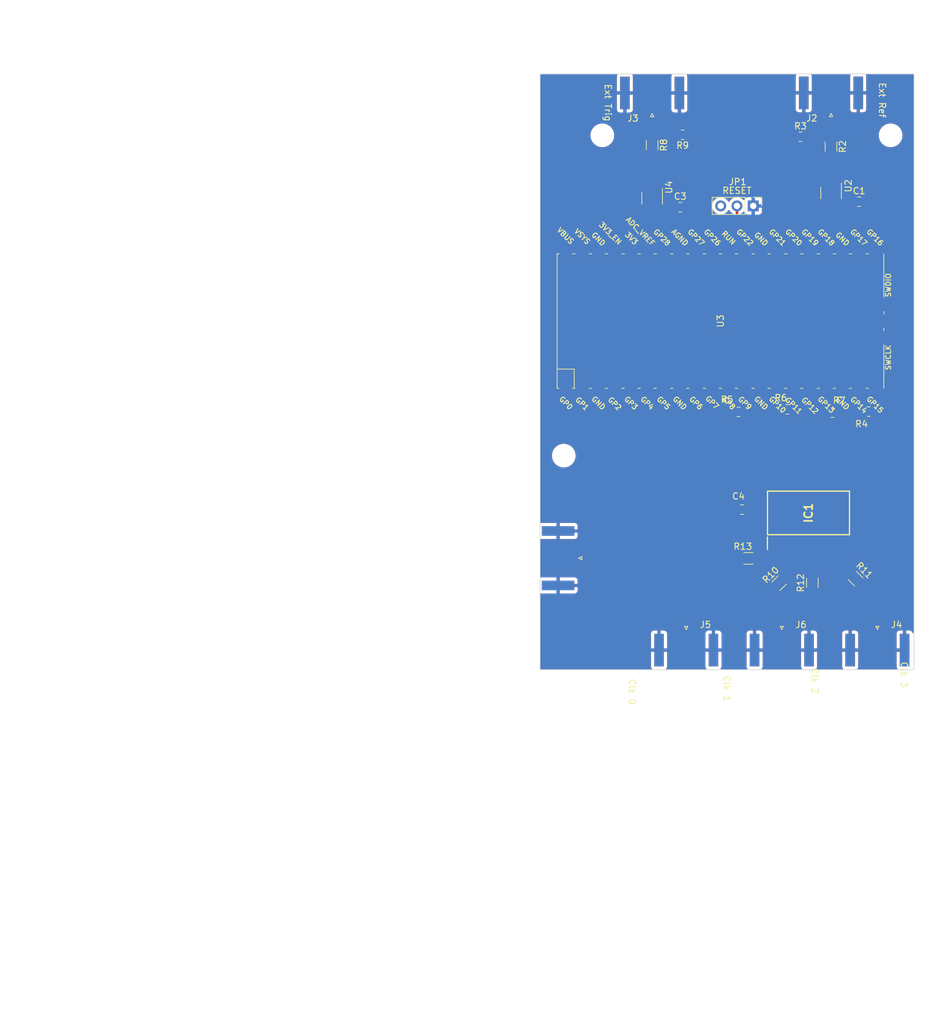
<source format=kicad_pcb>
(kicad_pcb (version 20221018) (generator pcbnew)
  (layers (0 "F.Cu" signal) (31 "B.Cu" signal) (34 "B.Paste" user) (35 "F.Paste" user) (36 "B.SilkS" user "B.Silkscreen") (37 "F.SilkS" user "F.Silkscreen") (38 "B.Mask" user) (39 "F.Mask" user) (44 "Edge.Cuts" user))
  (net 0 "")
  (net 1 "3_3V_Pico")
  (net 2 "GND")
  (net 3 "Net-(IC1-B0)")
  (net 4 "Net-(IC1-B2)")
  (net 5 "Net-(IC1-B4)")
  (net 6 "Net-(IC1-B6)")
  (net 7 "Net-(IC1-A6)")
  (net 8 "Net-(IC1-A4)")
  (net 9 "Net-(IC1-A2)")
  (net 10 "Net-(IC1-A0)")
  (net 11 "Net-(J2-In)")
  (net 12 "Net-(J3-In)")
  (net 13 "PC3")
  (net 14 "PC1")
  (net 15 "PC2")
  (net 16 "PC0")
  (net 18 "Net-(R2-Pad2)")
  (net 19 "Net-(R8-Pad2)")
  (net 21 "Net-(U3-GPIO20)")
  (net 46 "Net-(U3-GPIO0)")
  (net 49 "Net-(JP1-C)")
  (footprint "MountingHole:MountingHole_3.2mm_M3_ISO7380" (layer "F.Cu") (at 112.7752 54.1544 -90)
    (fp_text reference "REF**" hide)
    (fp_text value "MountingHole_3.2mm_M3_ISO7380" hide)
    (pad "" np_thru_hole circle (at 0 -0.023 270) (size 3.2 3.2) (drill 3.2) (layers "F&B.Cu" "*.Mask"))
  )
  (footprint "MountingHole:MountingHole_3.2mm_M3_ISO7380" (layer "F.Cu") (at 106.7752 104.1544 -90)
    (fp_text reference "REF**" hide)
    (fp_text value "MountingHole_3.2mm_M3_ISO7380" hide)
    (pad "" np_thru_hole circle (at 0 -0.003 270) (size 3.2 3.2) (drill 3.2) (layers "F&B.Cu" "*.Mask"))
  )
  (footprint "Connector_Coaxial:SMA_Amphenol_132289_EdgeMount" (layer "F.Cu") (at 105.8902 120.1624 180)
    (fp_text reference "J7" hide)
    (fp_text value "Pseudoclock 0")
    (fp_line (start -3.71 -0.25) (end -3.71 0.25) (stroke (width 0.12)) (layer "F.SilkS"))
    (fp_line (start -3.71 0.25) (end -3.21 0) (stroke (width 0.12)) (layer "F.SilkS"))
    (fp_line (start -3.21 0) (end -3.71 -0.25) (stroke (width 0.12)) (layer "F.SilkS"))
    (pad "1" smd rect (at 0 0 270) (size 1.5 5.08) (layers "F.Cu" "F.Paste" "F.Mask") (net 16 "PC0"))
    (pad "2" smd rect (at 0 -4.25 270) (size 1.5 5.08) (layers "F.Cu" "F.Paste" "F.Mask") (net 2 "GND"))
    (pad "2" smd rect (at 0 -4.25 270) (size 1.5 5.08) (layers "B.Cu" "B.Paste" "B.Mask") (net 2 "GND"))
    (pad "2" smd rect (at 0 4.25 270) (size 1.5 5.08) (layers "F.Cu" "F.Paste" "F.Mask") (net 2 "GND"))
    (pad "2" smd rect (at 0 4.25 270) (size 1.5 5.08) (layers "B.Cu" "B.Paste" "B.Mask") (net 2 "GND"))
  )
  (footprint "Resistor_SMD:R_0805_2012Metric_Pad1.20x1.40mm_HandSolder" (layer "F.Cu") (at 125.3276 54.0672 180)
    (fp_text reference "R9" (at 0 -1.65) (layer "F.SilkS"))
    (fp_text value "47k")
    (fp_line (start -0.227064 -0.735) (end 0.227064 -0.735) (stroke (width 0.12)) (layer "F.SilkS"))
    (fp_line (start -0.227064 0.735) (end 0.227064 0.735) (stroke (width 0.12)) (layer "F.SilkS"))
    (pad "1" smd roundrect (at -1 0 180) (size 1.2 1.4) (layers "F.Cu" "F.Paste" "F.Mask") (roundrect_rratio 0.2083333333) (net 2 "GND"))
    (pad "2" smd roundrect (at 1 0 180) (size 1.2 1.4) (layers "F.Cu" "F.Paste" "F.Mask") (roundrect_rratio 0.2083333333) (net 12 "Net-(J3-In)"))
  )
  (footprint "Capacitor_SMD:C_0805_2012Metric_Pad1.18x1.45mm_HandSolder" (layer "F.Cu") (at 134.6172 112.5784)
    (fp_text reference "C4" (at -0.57 -2.09) (layer "F.SilkS"))
    (fp_text value "100n")
    (fp_line (start -0.261252 -0.735) (end 0.261252 -0.735) (stroke (width 0.12)) (layer "F.SilkS"))
    (fp_line (start -0.261252 0.735) (end 0.261252 0.735) (stroke (width 0.12)) (layer "F.SilkS"))
    (pad "1" smd roundrect (at -1.0375 0) (size 1.175 1.45) (layers "F.Cu" "F.Paste" "F.Mask") (roundrect_rratio 0.2127659574) (net 2 "GND"))
    (pad "2" smd roundrect (at 1.0375 0) (size 1.175 1.45) (layers "F.Cu" "F.Paste" "F.Mask") (roundrect_rratio 0.2127659574) (net 1 "3_3V_Pico"))
  )
  (footprint "Package_TO_SOT_SMD:SOT-23-5_HandSoldering" (layer "F.Cu") (at 120.5676 63.9972 -90)
    (fp_text reference "U4" (at -1.75 -2.63 -270) (layer "F.SilkS"))
    (fp_text value "74LVC1G17")
    (fp_line (start -0.9 1.61) (end 0.9 1.61) (stroke (width 0.12)) (layer "F.SilkS"))
    (fp_line (start 0.9 -1.61) (end -1.55 -1.61) (stroke (width 0.12)) (layer "F.SilkS"))
    (pad "1" smd rect (at -1.35 -0.95 270) (size 1.56 0.65) (layers "F.Cu" "F.Paste" "F.Mask"))
    (pad "2" smd rect (at -1.35 0 270) (size 1.56 0.65) (layers "F.Cu" "F.Paste" "F.Mask") (net 19 "Net-(R8-Pad2)"))
    (pad "3" smd rect (at -1.35 0.95 270) (size 1.56 0.65) (layers "F.Cu" "F.Paste" "F.Mask") (net 2 "GND"))
    (pad "4" smd rect (at 1.35 0.95 270) (size 1.56 0.65) (layers "F.Cu" "F.Paste" "F.Mask") (net 46 "Net-(U3-GPIO0)"))
    (pad "5" smd rect (at 1.35 -0.95 270) (size 1.56 0.65) (layers "F.Cu" "F.Paste" "F.Mask") (net 1 "3_3V_Pico"))
  )
  (footprint "Resistor_SMD:R_1206_3216Metric_Pad1.30x1.75mm_HandSolder" (layer "F.Cu") (at 152.3202 123.3624 135)
    (fp_text reference "R11" (at -0.035 1.895 135) (layer "F.SilkS"))
    (fp_text value "49.9")
    (fp_line (start -0.727064 -0.91) (end 0.727064 -0.91) (stroke (width 0.12)) (layer "F.SilkS"))
    (fp_line (start -0.727064 0.91) (end 0.727064 0.91) (stroke (width 0.12)) (layer "F.SilkS"))
    (pad "1" smd roundrect (at -1.55 0 135) (size 1.3 1.75) (layers "F.Cu" "F.Paste" "F.Mask") (roundrect_rratio 0.1923076923) (net 13 "PC3"))
    (pad "2" smd roundrect (at 1.55 0 135) (size 1.3 1.75) (layers "F.Cu" "F.Paste" "F.Mask") (roundrect_rratio 0.1923076923) (net 7 "Net-(IC1-A6)"))
  )
  (footprint "Connector_Coaxial:SMA_Amphenol_132289_EdgeMount" (layer "F.Cu") (at 120.5696 47.5404 90)
    (fp_text reference "J3" (at -3.96 -3) (layer "F.SilkS"))
    (fp_text value "Ext. Trig.")
    (fp_line (start -3.71 -0.25) (end -3.71 0.25) (stroke (width 0.12)) (layer "F.SilkS"))
    (fp_line (start -3.71 0.25) (end -3.21 0) (stroke (width 0.12)) (layer "F.SilkS"))
    (fp_line (start -3.21 0) (end -3.71 -0.25) (stroke (width 0.12)) (layer "F.SilkS"))
    (pad "1" smd rect (at 0 0 180) (size 1.5 5.08) (layers "F.Cu" "F.Paste" "F.Mask") (net 12 "Net-(J3-In)"))
    (pad "2" smd rect (at 0 -4.25 180) (size 1.5 5.08) (layers "F.Cu" "F.Paste" "F.Mask") (net 2 "GND"))
    (pad "2" smd rect (at 0 -4.25 180) (size 1.5 5.08) (layers "B.Cu" "B.Paste" "B.Mask") (net 2 "GND"))
    (pad "2" smd rect (at 0 4.25 180) (size 1.5 5.08) (layers "F.Cu" "F.Paste" "F.Mask") (net 2 "GND"))
    (pad "2" smd rect (at 0 4.25 180) (size 1.5 5.08) (layers "B.Cu" "B.Paste" "B.Mask") (net 2 "GND"))
  )
  (footprint "Resistor_SMD:R_1206_3216Metric_Pad1.30x1.75mm_HandSolder" (layer "F.Cu") (at 120.5696 55.67095 -90)
    (fp_text reference "R8" (at 0 -1.82 -270) (layer "F.SilkS"))
    (fp_text value "500")
    (fp_line (start -0.727064 -0.91) (end 0.727064 -0.91) (stroke (width 0.12)) (layer "F.SilkS"))
    (fp_line (start -0.727064 0.91) (end 0.727064 0.91) (stroke (width 0.12)) (layer "F.SilkS"))
    (pad "1" smd roundrect (at -1.55 0 270) (size 1.3 1.75) (layers "F.Cu" "F.Paste" "F.Mask") (roundrect_rratio 0.1923076923) (net 12 "Net-(J3-In)"))
    (pad "2" smd roundrect (at 1.55 0 270) (size 1.3 1.75) (layers "F.Cu" "F.Paste" "F.Mask") (roundrect_rratio 0.1923076923) (net 19 "Net-(R8-Pad2)"))
  )
  (footprint "Resistor_SMD:R_0805_2012Metric_Pad1.20x1.40mm_HandSolder" (layer "F.Cu") (at 154.3802 97.2724 180)
    (fp_text reference "R4" (at 1.11 -1.93) (layer "F.SilkS"))
    (fp_text value "10k")
    (fp_line (start -0.227064 -0.735) (end 0.227064 -0.735) (stroke (width 0.12)) (layer "F.SilkS"))
    (fp_line (start -0.227064 0.735) (end 0.227064 0.735) (stroke (width 0.12)) (layer "F.SilkS"))
    (pad "1" smd roundrect (at -1 0 180) (size 1.2 1.4) (layers "F.Cu" "F.Paste" "F.Mask") (roundrect_rratio 0.2083333333) (net 6 "Net-(IC1-B6)"))
    (pad "2" smd roundrect (at 1 0 180) (size 1.2 1.4) (layers "F.Cu" "F.Paste" "F.Mask") (roundrect_rratio 0.2083333333) (net 2 "GND"))
  )
  (footprint "Resistor_SMD:R_0805_2012Metric_Pad1.20x1.40mm_HandSolder" (layer "F.Cu") (at 141.6602 96.9424)
    (fp_text reference "R6" (at -1 -1.81) (layer "F.SilkS"))
    (fp_text value "10k")
    (fp_line (start -0.227064 -0.735) (end 0.227064 -0.735) (stroke (width 0.12)) (layer "F.SilkS"))
    (fp_line (start -0.227064 0.735) (end 0.227064 0.735) (stroke (width 0.12)) (layer "F.SilkS"))
    (pad "1" smd roundrect (at -1 0) (size 1.2 1.4) (layers "F.Cu" "F.Paste" "F.Mask") (roundrect_rratio 0.2083333333) (net 2 "GND"))
    (pad "2" smd roundrect (at 1 0) (size 1.2 1.4) (layers "F.Cu" "F.Paste" "F.Mask") (roundrect_rratio 0.2083333333) (net 4 "Net-(IC1-B2)"))
  )
  (footprint "Connector_Coaxial:SMA_Amphenol_132289_EdgeMount" (layer "F.Cu") (at 140.8126 134.5043 -90)
    (fp_text reference "J6" (at -3.96 -3) (layer "F.SilkS"))
    (fp_text value "Pseudoclock 2")
    (fp_line (start -3.71 -0.25) (end -3.71 0.25) (stroke (width 0.12)) (layer "F.SilkS"))
    (fp_line (start -3.71 0.25) (end -3.21 0) (stroke (width 0.12)) (layer "F.SilkS"))
    (fp_line (start -3.21 0) (end -3.71 -0.25) (stroke (width 0.12)) (layer "F.SilkS"))
    (pad "1" smd rect (at 0 0) (size 1.5 5.08) (layers "F.Cu" "F.Paste" "F.Mask") (net 15 "PC2"))
    (pad "2" smd rect (at 0 -4.25) (size 1.5 5.08) (layers "F.Cu" "F.Paste" "F.Mask") (net 2 "GND"))
    (pad "2" smd rect (at 0 -4.25) (size 1.5 5.08) (layers "B.Cu" "B.Paste" "B.Mask") (net 2 "GND"))
    (pad "2" smd rect (at 0 4.25) (size 1.5 5.08) (layers "F.Cu" "F.Paste" "F.Mask") (net 2 "GND"))
    (pad "2" smd rect (at 0 4.25) (size 1.5 5.08) (layers "B.Cu" "B.Paste" "B.Mask") (net 2 "GND"))
  )
  (footprint "Resistor_SMD:R_1206_3216Metric_Pad1.30x1.75mm_HandSolder" (layer "F.Cu") (at 145.5802 124.0124 90)
    (fp_text reference "R12" (at 0 -1.82 90) (layer "F.SilkS"))
    (fp_text value "49.9")
    (fp_line (start -0.727064 -0.91) (end 0.727064 -0.91) (stroke (width 0.12)) (layer "F.SilkS"))
    (fp_line (start -0.727064 0.91) (end 0.727064 0.91) (stroke (width 0.12)) (layer "F.SilkS"))
    (pad "1" smd roundrect (at -1.55 0 90) (size 1.3 1.75) (layers "F.Cu" "F.Paste" "F.Mask") (roundrect_rratio 0.1923076923) (net 15 "PC2"))
    (pad "2" smd roundrect (at 1.55 0 90) (size 1.3 1.75) (layers "F.Cu" "F.Paste" "F.Mask") (roundrect_rratio 0.1923076923) (net 8 "Net-(IC1-A4)"))
  )
  (footprint "Connector_Coaxial:SMA_Amphenol_132289_EdgeMount" (layer "F.Cu") (at 155.7326 134.5043 -90)
    (fp_text reference "J4" (at -3.96 -3) (layer "F.SilkS"))
    (fp_text value "Pseudoclock 3")
    (fp_line (start -3.71 -0.25) (end -3.71 0.25) (stroke (width 0.12)) (layer "F.SilkS"))
    (fp_line (start -3.71 0.25) (end -3.21 0) (stroke (width 0.12)) (layer "F.SilkS"))
    (fp_line (start -3.21 0) (end -3.71 -0.25) (stroke (width 0.12)) (layer "F.SilkS"))
    (pad "1" smd rect (at 0 0) (size 1.5 5.08) (layers "F.Cu" "F.Paste" "F.Mask") (net 13 "PC3"))
    (pad "2" smd rect (at 0 -4.25) (size 1.5 5.08) (layers "F.Cu" "F.Paste" "F.Mask") (net 2 "GND"))
    (pad "2" smd rect (at 0 -4.25) (size 1.5 5.08) (layers "B.Cu" "B.Paste" "B.Mask") (net 2 "GND"))
    (pad "2" smd rect (at 0 4.25) (size 1.5 5.08) (layers "F.Cu" "F.Paste" "F.Mask") (net 2 "GND"))
    (pad "2" smd rect (at 0 4.25) (size 1.5 5.08) (layers "B.Cu" "B.Paste" "B.Mask") (net 2 "GND"))
  )
  (footprint "Capacitor_SMD:C_0805_2012Metric_Pad1.18x1.45mm_HandSolder" (layer "F.Cu") (at 124.9618 65.365)
    (fp_text reference "C3" (at 0 -1.68) (layer "F.SilkS"))
    (fp_text value "100n")
    (fp_line (start -0.261252 -0.735) (end 0.261252 -0.735) (stroke (width 0.12)) (layer "F.SilkS"))
    (fp_line (start -0.261252 0.735) (end 0.261252 0.735) (stroke (width 0.12)) (layer "F.SilkS"))
    (pad "1" smd roundrect (at -1.0375 0) (size 1.175 1.45) (layers "F.Cu" "F.Paste" "F.Mask") (roundrect_rratio 0.2127659574) (net 1 "3_3V_Pico"))
    (pad "2" smd roundrect (at 1.0375 0) (size 1.175 1.45) (layers "F.Cu" "F.Paste" "F.Mask") (roundrect_rratio 0.2127659574) (net 2 "GND"))
  )
  (footprint "Connector_Coaxial:SMA_Amphenol_132289_EdgeMount" (layer "F.Cu") (at 148.4936 47.5197 90)
    (fp_text reference "J2" (at -3.96 -3) (layer "F.SilkS"))
    (fp_text value "Ext. Clock")
    (fp_line (start -3.71 -0.25) (end -3.71 0.25) (stroke (width 0.12)) (layer "F.SilkS"))
    (fp_line (start -3.71 0.25) (end -3.21 0) (stroke (width 0.12)) (layer "F.SilkS"))
    (fp_line (start -3.21 0) (end -3.71 -0.25) (stroke (width 0.12)) (layer "F.SilkS"))
    (pad "1" smd rect (at 0 0 180) (size 1.5 5.08) (layers "F.Cu" "F.Paste" "F.Mask") (net 11 "Net-(J2-In)"))
    (pad "2" smd rect (at 0 -4.25 180) (size 1.5 5.08) (layers "F.Cu" "F.Paste" "F.Mask") (net 2 "GND"))
    (pad "2" smd rect (at 0 -4.25 180) (size 1.5 5.08) (layers "B.Cu" "B.Paste" "B.Mask") (net 2 "GND"))
    (pad "2" smd rect (at 0 4.25 180) (size 1.5 5.08) (layers "F.Cu" "F.Paste" "F.Mask") (net 2 "GND"))
    (pad "2" smd rect (at 0 4.25 180) (size 1.5 5.08) (layers "B.Cu" "B.Paste" "B.Mask") (net 2 "GND"))
  )
  (footprint "Resistor_SMD:R_0805_2012Metric_Pad1.20x1.40mm_HandSolder" (layer "F.Cu") (at 134.0502 97.3224)
    (fp_text reference "R5" (at -1.78 -1.93) (layer "F.SilkS"))
    (fp_text value "10k")
    (fp_line (start -0.227064 -0.735) (end 0.227064 -0.735) (stroke (width 0.12)) (layer "F.SilkS"))
    (fp_line (start -0.227064 0.735) (end 0.227064 0.735) (stroke (width 0.12)) (layer "F.SilkS"))
    (pad "1" smd roundrect (at -1 0) (size 1.2 1.4) (layers "F.Cu" "F.Paste" "F.Mask") (roundrect_rratio 0.2083333333) (net 2 "GND"))
    (pad "2" smd roundrect (at 1 0) (size 1.2 1.4) (layers "F.Cu" "F.Paste" "F.Mask") (roundrect_rratio 0.2083333333) (net 3 "Net-(IC1-B0)"))
  )
  (footprint "Resistor_SMD:R_0805_2012Metric_Pad1.20x1.40mm_HandSolder" (layer "F.Cu") (at 148.7502 97.4524)
    (fp_text reference "R7" (at 1.04 -1.92) (layer "F.SilkS"))
    (fp_text value "10k")
    (fp_line (start -0.227064 -0.735) (end 0.227064 -0.735) (stroke (width 0.12)) (layer "F.SilkS"))
    (fp_line (start -0.227064 0.735) (end 0.227064 0.735) (stroke (width 0.12)) (layer "F.SilkS"))
    (pad "1" smd roundrect (at -1 0) (size 1.2 1.4) (layers "F.Cu" "F.Paste" "F.Mask") (roundrect_rratio 0.2083333333) (net 5 "Net-(IC1-B4)"))
    (pad "2" smd roundrect (at 1 0) (size 1.2 1.4) (layers "F.Cu" "F.Paste" "F.Mask") (roundrect_rratio 0.2083333333) (net 2 "GND"))
  )
  (footprint "Package_TO_SOT_SMD:SOT-23-5_HandSoldering" (layer "F.Cu") (at 148.5076 63.1552 -90)
    (fp_text reference "U2" (at -1.1176 -2.6924 -270) (layer "F.SilkS"))
    (fp_text value "74LVC1G34")
    (fp_line (start -0.9 1.61) (end 0.9 1.61) (stroke (width 0.12)) (layer "F.SilkS"))
    (fp_line (start 0.9 -1.61) (end -1.55 -1.61) (stroke (width 0.12)) (layer "F.SilkS"))
    (pad "1" smd rect (at -1.35 -0.95 270) (size 1.56 0.65) (layers "F.Cu" "F.Paste" "F.Mask"))
    (pad "2" smd rect (at -1.35 0 270) (size 1.56 0.65) (layers "F.Cu" "F.Paste" "F.Mask") (net 18 "Net-(R2-Pad2)"))
    (pad "3" smd rect (at -1.35 0.95 270) (size 1.56 0.65) (layers "F.Cu" "F.Paste" "F.Mask") (net 2 "GND"))
    (pad "4" smd rect (at 1.35 0.95 270) (size 1.56 0.65) (layers "F.Cu" "F.Paste" "F.Mask") (net 21 "Net-(U3-GPIO20)"))
    (pad "5" smd rect (at 1.35 -0.95 270) (size 1.56 0.65) (layers "F.Cu" "F.Paste" "F.Mask") (net 1 "3_3V_Pico"))
  )
  (footprint "Resistor_SMD:R_1206_3216Metric_Pad1.30x1.75mm_HandSolder" (layer "F.Cu") (at 135.6002 120.1924)
    (fp_text reference "R13" (at -0.87 -1.86) (layer "F.SilkS"))
    (fp_text value "49.9")
    (fp_line (start -0.727064 -0.91) (end 0.727064 -0.91) (stroke (width 0.12)) (layer "F.SilkS"))
    (fp_line (start -0.727064 0.91) (end 0.727064 0.91) (stroke (width 0.12)) (layer "F.SilkS"))
    (pad "1" smd roundrect (at -1.55 0) (size 1.3 1.75) (layers "F.Cu" "F.Paste" "F.Mask") (roundrect_rratio 0.1923076923) (net 16 "PC0"))
    (pad "2" smd roundrect (at 1.55 0) (size 1.3 1.75) (layers "F.Cu" "F.Paste" "F.Mask") (roundrect_rratio 0.1923076923) (net 10 "Net-(IC1-A0)"))
  )
  (footprint "MCU_RaspberryPi_and_Boards:RPi_Pico_SMD" (layer "F.Cu") (at 131.2356 83.145 90)
    (fp_text reference "U3" (at 0 0 90) (layer "F.SilkS"))
    (fp_text value "Pico")
    (fp_text user "GP18" (at 13.054 16.51 135) (layer "F.SilkS") (effects (font (size 0.8 0.8))))
    (fp_text user "GP1" (at -12.9 -21.6 135) (layer "F.SilkS") (effects (font (size 0.8 0.8))))
    (fp_text user "GP10" (at -13.054 8.89 135) (layer "F.SilkS") (effects (font (size 0.8 0.8))))
    (fp_text user "GP9" (at -12.8 3.81 135) (layer "F.SilkS") (effects (font (size 0.8 0.8))))
    (fp_text user "VBUS" (at 13.3 -24.2 135) (layer "F.SilkS") (effects (font (size 0.8 0.8))))
    (fp_text user "GND" (at -12.8 19.05 135) (layer "F.SilkS") (effects (font (size 0.8 0.8))))
    (fp_text user "AGND" (at 13.054 -6.35 135) (layer "F.SilkS") (effects (font (size 0.8 0.8))))
    (fp_text user "GP14" (at -13.1 21.59 135) (layer "F.SilkS") (effects (font (size 0.8 0.8))))
    (fp_text user "GND" (at -12.8 -6.35 135) (layer "F.SilkS") (effects (font (size 0.8 0.8))))
    (fp_text user "GP16" (at 13.054 24.13 135) (layer "F.SilkS") (effects (font (size 0.8 0.8))))
    (fp_text user "GP27" (at 13.054 -3.8 135) (layer "F.SilkS") (effects (font (size 0.8 0.8))))
    (fp_text user "SWCLK" (at -5.7 26.2 90) (layer "F.SilkS") (effects (font (size 0.8 0.8))))
    (fp_text user "GND" (at 12.8 19.05 135) (layer "F.SilkS") (effects (font (size 0.8 0.8))))
    (fp_text user "GND" (at 12.8 -19.05 135) (layer "F.SilkS") (effects (font (size 0.8 0.8))))
    (fp_text user "ADC_VREF" (at 14 -12.5 135) (layer "F.SilkS") (effects (font (size 0.8 0.8))))
    (fp_text user "GP11" (at -13.2 11.43 135) (layer "F.SilkS") (effects (font (size 0.8 0.8))))
    (fp_text user "3V3_EN" (at 13.7 -17.2 135) (layer "F.SilkS") (effects (font (size 0.8 0.8))))
    (fp_text user "GP17" (at 13.054 21.59 135) (layer "F.SilkS") (effects (font (size 0.8 0.8))))
    (fp_text user "GP3" (at -12.8 -13.97 135) (layer "F.SilkS") (effects (font (size 0.8 0.8))))
    (fp_text user "GND" (at -12.8 -19.05 135) (layer "F.SilkS") (effects (font (size 0.8 0.8))))
    (fp_text user "GP26" (at 13.054 -1.27 135) (layer "F.SilkS") (effects (font (size 0.8 0.8))))
    (fp_text user "3V3" (at 12.9 -13.9 135) (layer "F.SilkS") (effects (font (size 0.8 0.8))))
    (fp_text user "GP15" (at -13.054 24.13 135) (layer "F.SilkS") (effects (font (size 0.8 0.8))))
    (fp_text user "GP8" (at -12.8 1.27 135) (layer "F.SilkS") (effects (font (size 0.8 0.8))))
    (fp_text user "GP21" (at 13.054 8.9 135) (layer "F.SilkS") (effects (font (size 0.8 0.8))))
    (fp_text user "GP22" (at 13.054 3.81 135) (layer "F.SilkS") (effects (font (size 0.8 0.8))))
    (fp_text user "SWDIO" (at 5.6 26.2 90) (layer "F.SilkS") (effects (font (size 0.8 0.8))))
    (fp_text user "GP28" (at 13.054 -9.144 135) (layer "F.SilkS") (effects (font (size 0.8 0.8))))
    (fp_text user "GP7" (at -12.7 -1.3 135) (layer "F.SilkS") (effects (font (size 0.8 0.8))))
    (fp_text user "GP13" (at -13.054 16.51 135) (layer "F.SilkS") (effects (font (size 0.8 0.8))))
    (fp_text user "GP2" (at -12.9 -16.51 135) (layer "F.SilkS") (effects (font (size 0.8 0.8))))
    (fp_text user "GP4" (at -12.8 -11.43 135) (layer "F.SilkS") (effects (font (size 0.8 0.8))))
    (fp_text user "VSYS" (at 13.2 -21.59 135) (layer "F.SilkS") (effects (font (size 0.8 0.8))))
    (fp_text user "GND" (at -12.8 6.35 135) (layer "F.SilkS") (effects (font (size 0.8 0.8))))
    (fp_text user "GP19" (at 13.054 13.97 135) (layer "F.SilkS") (effects (font (size 0.8 0.8))))
    (fp_text user "RUN" (at 13 1.27 135) (layer "F.SilkS") (effects (font (size 0.8 0.8))))
    (fp_text user "GND" (at 12.8 6.35 135) (layer "F.SilkS") (effects (font (size 0.8 0.8))))
    (fp_text user "GP20" (at 13.054 11.43 135) (layer "F.SilkS") (effects (font (size 0.8 0.8))))
    (fp_text user "GP12" (at -13.2 13.97 135) (layer "F.SilkS") (effects (font (size 0.8 0.8))))
    (fp_text user "GP5" (at -12.8 -8.89 135) (layer "F.SilkS") (effects (font (size 0.8 0.8))))
    (fp_text user "GP0" (at -12.8 -24.13 135) (layer "F.SilkS") (effects (font (size 0.8 0.8))))
    (fp_text user "GP6" (at -12.8 -3.81 135) (layer "F.SilkS") (effects (font (size 0.8 0.8))))
    (fp_line (start -10.5 -25.5) (end -10.5 -25.2) (stroke (width 0.12)) (layer "F.SilkS"))
    (fp_line (start -10.5 -25.5) (end 10.5 -25.5) (stroke (width 0.12)) (layer "F.SilkS"))
    (fp_line (start -10.5 -23.1) (end -10.5 -22.7) (stroke (width 0.12)) (layer "F.SilkS"))
    (fp_line (start -10.5 -22.833) (end -7.493 -22.833) (stroke (width 0.12)) (layer "F.SilkS"))
    (fp_line (start -10.5 -20.5) (end -10.5 -20.1) (stroke (width 0.12)) (layer "F.SilkS"))
    (fp_line (start -10.5 -18) (end -10.5 -17.6) (stroke (width 0.12)) (layer "F.SilkS"))
    (fp_line (start -10.5 -15.4) (end -10.5 -15) (stroke (width 0.12)) (layer "F.SilkS"))
    (fp_line (start -10.5 -12.9) (end -10.5 -12.5) (stroke (width 0.12)) (layer "F.SilkS"))
    (fp_line (start -10.5 -10.4) (end -10.5 -10) (stroke (width 0.12)) (layer "F.SilkS"))
    (fp_line (start -10.5 -7.8) (end -10.5 -7.4) (stroke (width 0.12)) (layer "F.SilkS"))
    (fp_line (start -10.5 -5.3) (end -10.5 -4.9) (stroke (width 0.12)) (layer "F.SilkS"))
    (fp_line (start -10.5 -2.7) (end -10.5 -2.3) (stroke (width 0.12)) (layer "F.SilkS"))
    (fp_line (start -10.5 -0.2) (end -10.5 0.2) (stroke (width 0.12)) (layer "F.SilkS"))
    (fp_line (start -10.5 2.3) (end -10.5 2.7) (stroke (width 0.12)) (layer "F.SilkS"))
    (fp_line (start -10.5 4.9) (end -10.5 5.3) (stroke (width 0.12)) (layer "F.SilkS"))
    (fp_line (start -10.5 7.4) (end -10.5 7.8) (stroke (width 0.12)) (layer "F.SilkS"))
    (fp_line (start -10.5 10) (end -10.5 10.4) (stroke (width 0.12)) (layer "F.SilkS"))
    (fp_line (start -10.5 12.5) (end -10.5 12.9) (stroke (width 0.12)) (layer "F.SilkS"))
    (fp_line (start -10.5 15.1) (end -10.5 15.5) (stroke (width 0.12)) (layer "F.SilkS"))
    (fp_line (start -10.5 17.6) (end -10.5 18) (stroke (width 0.12)) (layer "F.SilkS"))
    (fp_line (start -10.5 20.1) (end -10.5 20.5) (stroke (width 0.12)) (layer "F.SilkS"))
    (fp_line (start -10.5 22.7) (end -10.5 23.1) (stroke (width 0.12)) (layer "F.SilkS"))
    (fp_line (start -7.493 -22.833) (end -7.493 -25.5) (stroke (width 0.12)) (layer "F.SilkS"))
    (fp_line (start -3.7 25.5) (end -10.5 25.5) (stroke (width 0.12)) (layer "F.SilkS"))
    (fp_line (start -1.5 25.5) (end -1.1 25.5) (stroke (width 0.12)) (layer "F.SilkS"))
    (fp_line (start 1.1 25.5) (end 1.5 25.5) (stroke (width 0.12)) (layer "F.SilkS"))
    (fp_line (start 10.5 -25.5) (end 10.5 -25.2) (stroke (width 0.12)) (layer "F.SilkS"))
    (fp_line (start 10.5 -23.1) (end 10.5 -22.7) (stroke (width 0.12)) (layer "F.SilkS"))
    (fp_line (start 10.5 -20.5) (end 10.5 -20.1) (stroke (width 0.12)) (layer "F.SilkS"))
    (fp_line (start 10.5 -18) (end 10.5 -17.6) (stroke (width 0.12)) (layer "F.SilkS"))
    (fp_line (start 10.5 -15.4) (end 10.5 -15) (stroke (width 0.12)) (layer "F.SilkS"))
    (fp_line (start 10.5 -12.9) (end 10.5 -12.5) (stroke (width 0.12)) (layer "F.SilkS"))
    (fp_line (start 10.5 -10.4) (end 10.5 -10) (stroke (width 0.12)) (layer "F.SilkS"))
    (fp_line (start 10.5 -7.8) (end 10.5 -7.4) (stroke (width 0.12)) (layer "F.SilkS"))
    (fp_line (start 10.5 -5.3) (end 10.5 -4.9) (stroke (width 0.12)) (layer "F.SilkS"))
    (fp_line (start 10.5 -2.7) (end 10.5 -2.3) (stroke (width 0.12)) (layer "F.SilkS"))
    (fp_line (start 10.5 -0.2) (end 10.5 0.2) (stroke (width 0.12)) (layer "F.SilkS"))
    (fp_line (start 10.5 2.3) (end 10.5 2.7) (stroke (width 0.12)) (layer "F.SilkS"))
    (fp_line (start 10.5 4.9) (end 10.5 5.3) (stroke (width 0.12)) (layer "F.SilkS"))
    (fp_line (start 10.5 7.4) (end 10.5 7.8) (stroke (width 0.12)) (layer "F.SilkS"))
    (fp_line (start 10.5 10) (end 10.5 10.4) (stroke (width 0.12)) (layer "F.SilkS"))
    (fp_line (start 10.5 12.5) (end 10.5 12.9) (stroke (width 0.12)) (layer "F.SilkS"))
    (fp_line (start 10.5 15.1) (end 10.5 15.5) (stroke (width 0.12)) (layer "F.SilkS"))
    (fp_line (start 10.5 17.6) (end 10.5 18) (stroke (width 0.12)) (layer "F.SilkS"))
    (fp_line (start 10.5 20.1) (end 10.5 20.5) (stroke (width 0.12)) (layer "F.SilkS"))
    (fp_line (start 10.5 22.7) (end 10.5 23.1) (stroke (width 0.12)) (layer "F.SilkS"))
    (fp_line (start 10.5 25.5) (end 3.7 25.5) (stroke (width 0.12)) (layer "F.SilkS"))
    (pad "1" smd rect (at -8.89 -24.13 90) (size 3.5 1.7) (drill (offset -0.9 0)) (layers "F.Cu" "F.Mask") (net 46 "Net-(U3-GPIO0)"))
    (pad "2" smd rect (at -8.89 -21.59 90) (size 3.5 1.7) (drill (offset -0.9 0)) (layers "F.Cu" "F.Mask"))
    (pad "3" smd rect (at -8.89 -19.05 90) (size 3.5 1.7) (drill (offset -0.9 0)) (layers "F.Cu" "F.Mask") (net 2 "GND"))
    (pad "4" smd rect (at -8.89 -16.51 90) (size 3.5 1.7) (drill (offset -0.9 0)) (layers "F.Cu" "F.Mask"))
    (pad "5" smd rect (at -8.89 -13.97 90) (size 3.5 1.7) (drill (offset -0.9 0)) (layers "F.Cu" "F.Mask"))
    (pad "6" smd rect (at -8.89 -11.43 90) (size 3.5 1.7) (drill (offset -0.9 0)) (layers "F.Cu" "F.Mask"))
    (pad "7" smd rect (at -8.89 -8.89 90) (size 3.5 1.7) (drill (offset -0.9 0)) (layers "F.Cu" "F.Mask"))
    (pad "8" smd rect (at -8.89 -6.35 90) (size 3.5 1.7) (drill (offset -0.9 0)) (layers "F.Cu" "F.Mask") (net 2 "GND"))
    (pad "9" smd rect (at -8.89 -3.81 90) (size 3.5 1.7) (drill (offset -0.9 0)) (layers "F.Cu" "F.Mask"))
    (pad "10" smd rect (at -8.89 -1.27 90) (size 3.5 1.7) (drill (offset -0.9 0)) (layers "F.Cu" "F.Mask"))
    (pad "11" smd rect (at -8.89 1.27 90) (size 3.5 1.7) (drill (offset -0.9 0)) (layers "F.Cu" "F.Mask"))
    (pad "12" smd rect (at -8.89 3.81 90) (size 3.5 1.7) (drill (offset -0.9 0)) (layers "F.Cu" "F.Mask") (net 3 "Net-(IC1-B0)"))
    (pad "13" smd rect (at -8.89 6.35 90) (size 3.5 1.7) (drill (offset -0.9 0)) (layers "F.Cu" "F.Mask") (net 2 "GND"))
    (pad "14" smd rect (at -8.89 8.89 90) (size 3.5 1.7) (drill (offset -0.9 0)) (layers "F.Cu" "F.Mask"))
    (pad "15" smd rect (at -8.89 11.43 90) (size 3.5 1.7) (drill (offset -0.9 0)) (layers "F.Cu" "F.Mask") (net 4 "Net-(IC1-B2)"))
    (pad "16" smd rect (at -8.89 13.97 90) (size 3.5 1.7) (drill (offset -0.9 0)) (layers "F.Cu" "F.Mask"))
    (pad "17" smd rect (at -8.89 16.51 90) (size 3.5 1.7) (drill (offset -0.9 0)) (layers "F.Cu" "F.Mask") (net 5 "Net-(IC1-B4)"))
    (pad "18" smd rect (at -8.89 19.05 90) (size 3.5 1.7) (drill (offset -0.9 0)) (layers "F.Cu" "F.Mask") (net 2 "GND"))
    (pad "19" smd rect (at -8.89 21.59 90) (size 3.5 1.7) (drill (offset -0.9 0)) (layers "F.Cu" "F.Mask"))
    (pad "20" smd rect (at -8.89 24.13 90) (size 3.5 1.7) (drill (offset -0.9 0)) (layers "F.Cu" "F.Mask") (net 6 "Net-(IC1-B6)"))
    (pad "21" smd rect (at 8.89 24.13 90) (size 3.5 1.7) (drill (offset 0.9 0)) (layers "F.Cu" "F.Mask"))
    (pad "22" smd rect (at 8.89 21.59 90) (size 3.5 1.7) (drill (offset 0.9 0)) (layers "F.Cu" "F.Mask"))
    (pad "23" smd rect (at 8.89 19.05 90) (size 3.5 1.7) (drill (offset 0.9 0)) (layers "F.Cu" "F.Mask") (net 2 "GND"))
    (pad "24" smd rect (at 8.89 16.51 90) (size 3.5 1.7) (drill (offset 0.9 0)) (layers "F.Cu" "F.Mask"))
    (pad "25" smd rect (at 8.89 13.97 90) (size 3.5 1.7) (drill (offset 0.9 0)) (layers "F.Cu" "F.Mask"))
    (pad "26" smd rect (at 8.89 11.43 90) (size 3.5 1.7) (drill (offset 0.9 0)) (layers "F.Cu" "F.Mask") (net 21 "Net-(U3-GPIO20)"))
    (pad "27" smd rect (at 8.89 8.89 90) (size 3.5 1.7) (drill (offset 0.9 0)) (layers "F.Cu" "F.Mask"))
    (pad "28" smd rect (at 8.89 6.35 90) (size 3.5 1.7) (drill (offset 0.9 0)) (layers "F.Cu" "F.Mask") (net 2 "GND"))
    (pad "29" smd rect (at 8.89 3.81 90) (size 3.5 1.7) (drill (offset 0.9 0)) (layers "F.Cu" "F.Mask"))
    (pad "30" smd rect (at 8.89 1.27 90) (size 3.5 1.7) (drill (offset 0.9 0)) (layers "F.Cu" "F.Mask") (net 49 "Net-(JP1-C)"))
    (pad "31" smd rect (at 8.89 -1.27 90) (size 3.5 1.7) (drill (offset 0.9 0)) (layers "F.Cu" "F.Mask"))
    (pad "32" smd rect (at 8.89 -3.81 90) (size 3.5 1.7) (drill (offset 0.9 0)) (layers "F.Cu" "F.Mask"))
    (pad "33" smd rect (at 8.89 -6.35 90) (size 3.5 1.7) (drill (offset 0.9 0)) (layers "F.Cu" "F.Mask") (net 2 "GND"))
    (pad "34" smd rect (at 8.89 -8.89 90) (size 3.5 1.7) (drill (offset 0.9 0)) (layers "F.Cu" "F.Mask"))
    (pad "35" smd rect (at 8.89 -11.43 90) (size 3.5 1.7) (drill (offset 0.9 0)) (layers "F.Cu" "F.Mask"))
    (pad "36" smd rect (at 8.89 -13.97 90) (size 3.5 1.7) (drill (offset 0.9 0)) (layers "F.Cu" "F.Mask") (net 1 "3_3V_Pico"))
    (pad "37" smd rect (at 8.89 -16.51 90) (size 3.5 1.7) (drill (offset 0.9 0)) (layers "F.Cu" "F.Mask"))
    (pad "38" smd rect (at 8.89 -19.05 90) (size 3.5 1.7) (drill (offset 0.9 0)) (layers "F.Cu" "F.Mask") (net 2 "GND"))
    (pad "39" smd rect (at 8.89 -21.59 90) (size 3.5 1.7) (drill (offset 0.9 0)) (layers "F.Cu" "F.Mask"))
    (pad "40" smd rect (at 8.89 -24.13 90) (size 3.5 1.7) (drill (offset 0.9 0)) (layers "F.Cu" "F.Mask"))
    (pad "41" smd rect (at -2.54 23.9 180) (size 3.5 1.7) (drill (offset -0.9 0)) (layers "F.Cu" "F.Mask"))
    (pad "42" smd rect (at 0 23.9 180) (size 3.5 1.7) (drill (offset -0.9 0)) (layers "F.Cu" "F.Mask") (net 2 "GND"))
    (pad "43" smd rect (at 2.54 23.9 180) (size 3.5 1.7) (drill (offset -0.9 0)) (layers "F.Cu" "F.Mask"))
  )
  (footprint "MountingHole:MountingHole_3.2mm_M3_ISO7380" (layer "F.Cu") (at 157.7752 54.1544 -90)
    (fp_text reference "REF**" hide)
    (fp_text value "MountingHole_3.2mm_M3_ISO7380" hide)
    (pad "" np_thru_hole circle (at 0 -0.023 270) (size 3.2 3.2) (drill 3.2) (layers "F&B.Cu" "*.Mask"))
  )
  (footprint "Resistor_SMD:R_1206_3216Metric_Pad1.30x1.75mm_HandSolder" (layer "F.Cu") (at 140.3702 124.0624 45)
    (fp_text reference "R10" (at 0 -1.82 45) (layer "F.SilkS"))
    (fp_text value "49.9")
    (fp_line (start -0.727064 -0.91) (end 0.727064 -0.91) (stroke (width 0.12)) (layer "F.SilkS"))
    (fp_line (start -0.727064 0.91) (end 0.727064 0.91) (stroke (width 0.12)) (layer "F.SilkS"))
    (pad "1" smd roundrect (at -1.55 0 45) (size 1.3 1.75) (layers "F.Cu" "F.Paste" "F.Mask") (roundrect_rratio 0.1923076923) (net 14 "PC1"))
    (pad "2" smd roundrect (at 1.55 0 45) (size 1.3 1.75) (layers "F.Cu" "F.Paste" "F.Mask") (roundrect_rratio 0.1923076923) (net 9 "Net-(IC1-A2)"))
  )
  (footprint "Connector_Coaxial:SMA_Amphenol_132289_EdgeMount" (layer "F.Cu") (at 125.8926 134.5043 -90)
    (fp_text reference "J5" (at -3.96 -3) (layer "F.SilkS"))
    (fp_text value "Pseudoclock 1")
    (fp_line (start -3.71 -0.25) (end -3.71 0.25) (stroke (width 0.12)) (layer "F.SilkS"))
    (fp_line (start -3.71 0.25) (end -3.21 0) (stroke (width 0.12)) (layer "F.SilkS"))
    (fp_line (start -3.21 0) (end -3.71 -0.25) (stroke (width 0.12)) (layer "F.SilkS"))
    (pad "1" smd rect (at 0 0) (size 1.5 5.08) (layers "F.Cu" "F.Paste" "F.Mask") (net 14 "PC1"))
    (pad "2" smd rect (at 0 -4.25) (size 1.5 5.08) (layers "F.Cu" "F.Paste" "F.Mask") (net 2 "GND"))
    (pad "2" smd rect (at 0 -4.25) (size 1.5 5.08) (layers "B.Cu" "B.Paste" "B.Mask") (net 2 "GND"))
    (pad "2" smd rect (at 0 4.25) (size 1.5 5.08) (layers "F.Cu" "F.Paste" "F.Mask") (net 2 "GND"))
    (pad "2" smd rect (at 0 4.25) (size 1.5 5.08) (layers "B.Cu" "B.Paste" "B.Mask") (net 2 "GND"))
  )
  (footprint "Resistor_SMD:R_1206_3216Metric_Pad1.30x1.75mm_HandSolder" (layer "F.Cu") (at 148.4936 55.9072 -90)
    (fp_text reference "R2" (at 0 -1.82 -270) (layer "F.SilkS"))
    (fp_text value "500")
    (fp_line (start -0.727064 -0.91) (end 0.727064 -0.91) (stroke (width 0.12)) (layer "F.SilkS"))
    (fp_line (start -0.727064 0.91) (end 0.727064 0.91) (stroke (width 0.12)) (layer "F.SilkS"))
    (pad "1" smd roundrect (at -1.55 0 270) (size 1.3 1.75) (layers "F.Cu" "F.Paste" "F.Mask") (roundrect_rratio 0.1923076923) (net 11 "Net-(J2-In)"))
    (pad "2" smd roundrect (at 1.55 0 270) (size 1.3 1.75) (layers "F.Cu" "F.Paste" "F.Mask") (roundrect_rratio 0.1923076923) (net 18 "Net-(R2-Pad2)"))
  )
  (footprint "Resistor_SMD:R_0805_2012Metric_Pad1.20x1.40mm_HandSolder" (layer "F.Cu") (at 143.7276 54.3672)
    (fp_text reference "R3" (at 0 -1.65) (layer "F.SilkS"))
    (fp_text value "47k")
    (fp_line (start -0.227064 -0.735) (end 0.227064 -0.735) (stroke (width 0.12)) (layer "F.SilkS"))
    (fp_line (start -0.227064 0.735) (end 0.227064 0.735) (stroke (width 0.12)) (layer "F.SilkS"))
    (pad "1" smd roundrect (at -1 0) (size 1.2 1.4) (layers "F.Cu" "F.Paste" "F.Mask") (roundrect_rratio 0.2083333333) (net 2 "GND"))
    (pad "2" smd roundrect (at 1 0) (size 1.2 1.4) (layers "F.Cu" "F.Paste" "F.Mask") (roundrect_rratio 0.2083333333) (net 11 "Net-(J2-In)"))
  )
  (footprint "Capacitor_SMD:C_0805_2012Metric_Pad1.18x1.45mm_HandSolder" (layer "F.Cu") (at 152.8802 64.5124)
    (fp_text reference "C1" (at 0 -1.68) (layer "F.SilkS"))
    (fp_text value "100n")
    (fp_line (start -0.261252 -0.735) (end 0.261252 -0.735) (stroke (width 0.12)) (layer "F.SilkS"))
    (fp_line (start -0.261252 0.735) (end 0.261252 0.735) (stroke (width 0.12)) (layer "F.SilkS"))
    (pad "1" smd roundrect (at -1.0375 0) (size 1.175 1.45) (layers "F.Cu" "F.Paste" "F.Mask") (roundrect_rratio 0.2127659574) (net 1 "3_3V_Pico"))
    (pad "2" smd roundrect (at 1.0375 0) (size 1.175 1.45) (layers "F.Cu" "F.Paste" "F.Mask") (roundrect_rratio 0.2127659574) (net 2 "GND"))
  )
  (footprint "ICs:SOIC127P1032X265-20N" (layer "F.Cu") (at 144.9802 113.0924 90)
    (fp_text reference "IC1" (at 0 0 90) (layer "F.SilkS") (effects (font (size 1.27 1.27) (thickness 0.254))))
    (fp_text value "74LVT245D,118" hide)
    (fp_line (start -5.7 -6.415) (end -3.75 -6.415) (stroke (width 0.2)) (layer "F.SilkS"))
    (fp_line (start -3.4 -6.4) (end 3.4 -6.4) (stroke (width 0.2)) (layer "F.SilkS"))
    (fp_line (start -3.4 6.4) (end -3.4 -6.4) (stroke (width 0.2)) (layer "F.SilkS"))
    (fp_line (start 3.4 -6.4) (end 3.4 6.4) (stroke (width 0.2)) (layer "F.SilkS"))
    (fp_line (start 3.4 6.4) (end -3.4 6.4) (stroke (width 0.2)) (layer "F.SilkS"))
    (pad "1" smd rect (at -4.725 -5.715 180) (size 0.7 1.95) (layers "F.Cu" "F.Paste" "F.Mask") (net 2 "GND"))
    (pad "2" smd rect (at -4.725 -4.445 180) (size 0.7 1.95) (layers "F.Cu" "F.Paste" "F.Mask") (net 10 "Net-(IC1-A0)"))
    (pad "3" smd rect (at -4.725 -3.175 180) (size 0.7 1.95) (layers "F.Cu" "F.Paste" "F.Mask") (net 10 "Net-(IC1-A0)"))
    (pad "4" smd rect (at -4.725 -1.905 180) (size 0.7 1.95) (layers "F.Cu" "F.Paste" "F.Mask") (net 9 "Net-(IC1-A2)"))
    (pad "5" smd rect (at -4.725 -0.635 180) (size 0.7 1.95) (layers "F.Cu" "F.Paste" "F.Mask") (net 9 "Net-(IC1-A2)"))
    (pad "6" smd rect (at -4.725 0.635 180) (size 0.7 1.95) (layers "F.Cu" "F.Paste" "F.Mask") (net 8 "Net-(IC1-A4)"))
    (pad "7" smd rect (at -4.725 1.905 180) (size 0.7 1.95) (layers "F.Cu" "F.Paste" "F.Mask") (net 8 "Net-(IC1-A4)"))
    (pad "8" smd rect (at -4.725 3.175 180) (size 0.7 1.95) (layers "F.Cu" "F.Paste" "F.Mask") (net 7 "Net-(IC1-A6)"))
    (pad "9" smd rect (at -4.725 4.445 180) (size 0.7 1.95) (layers "F.Cu" "F.Paste" "F.Mask") (net 7 "Net-(IC1-A6)"))
    (pad "10" smd rect (at -4.725 5.715 180) (size 0.7 1.95) (layers "F.Cu" "F.Paste" "F.Mask") (net 2 "GND"))
    (pad "11" smd rect (at 4.725 5.715 180) (size 0.7 1.95) (layers "F.Cu" "F.Paste" "F.Mask") (net 6 "Net-(IC1-B6)"))
    (pad "12" smd rect (at 4.725 4.445 180) (size 0.7 1.95) (layers "F.Cu" "F.Paste" "F.Mask") (net 6 "Net-(IC1-B6)"))
    (pad "13" smd rect (at 4.725 3.175 180) (size 0.7 1.95) (layers "F.Cu" "F.Paste" "F.Mask") (net 5 "Net-(IC1-B4)"))
    (pad "14" smd rect (at 4.725 1.905 180) (size 0.7 1.95) (layers "F.Cu" "F.Paste" "F.Mask") (net 5 "Net-(IC1-B4)"))
    (pad "15" smd rect (at 4.725 0.635 180) (size 0.7 1.95) (layers "F.Cu" "F.Paste" "F.Mask") (net 4 "Net-(IC1-B2)"))
    (pad "16" smd rect (at 4.725 -0.635 180) (size 0.7 1.95) (layers "F.Cu" "F.Paste" "F.Mask") (net 4 "Net-(IC1-B2)"))
    (pad "17" smd rect (at 4.725 -1.905 180) (size 0.7 1.95) (layers "F.Cu" "F.Paste" "F.Mask") (net 3 "Net-(IC1-B0)"))
    (pad "18" smd rect (at 4.725 -3.175 180) (size 0.7 1.95) (layers "F.Cu" "F.Paste" "F.Mask") (net 3 "Net-(IC1-B0)"))
    (pad "19" smd rect (at 4.725 -4.445 180) (size 0.7 1.95) (layers "F.Cu" "F.Paste" "F.Mask") (net 2 "GND"))
    (pad "20" smd rect (at 4.725 -5.715 180) (size 0.7 1.95) (layers "F.Cu" "F.Paste" "F.Mask") (net 1 "3_3V_Pico"))
  )
  (footprint "Connector_PinHeader_2.54mm:PinHeader_1x03_P2.54mm_Vertical" (layer "F.Cu") (at 136.3526 65.1672 -90)
    (fp_text reference "JP1" (at -3.7592 2.413) (layer "F.SilkS"))
    (fp_text value "RESET" (at -2.3876 2.54) (layer "F.SilkS"))
    (fp_line (start -1.33 -1.33) (end 0 -1.33) (stroke (width 0.12)) (layer "F.SilkS"))
    (fp_line (start -1.33 0) (end -1.33 -1.33) (stroke (width 0.12)) (layer "F.SilkS"))
    (fp_line (start -1.33 1.27) (end -1.33 6.41) (stroke (width 0.12)) (layer "F.SilkS"))
    (fp_line (start -1.33 1.27) (end 1.33 1.27) (stroke (width 0.12)) (layer "F.SilkS"))
    (fp_line (start -1.33 6.41) (end 1.33 6.41) (stroke (width 0.12)) (layer "F.SilkS"))
    (fp_line (start 1.33 1.27) (end 1.33 6.41) (stroke (width 0.12)) (layer "F.SilkS"))
    (pad "1" thru_hole rect (at 0 0 270) (size 1.7 1.7) (drill 1) (layers "*.Cu" "*.Mask") (net 2 "GND"))
    (pad "2" thru_hole oval (at 0 2.54 270) (size 1.7 1.7) (drill 1) (layers "*.Cu" "*.Mask") (net 49 "Net-(JP1-C)"))
    (pad "3" thru_hole oval (at 0 5.08 270) (size 1.7 1.7) (drill 1) (layers "*.Cu" "*.Mask"))
  )
  (gr_rect (start 103.0832 137.5624) (end 161.4526 44.5624) (stroke (width 0.1)) (fill none) (layer "Edge.Cuts"))
  (gr_text "Ext Ref" (at 156.4936 48.6572 -90) (layer "F.SilkS") (effects (font (size 1 1))))
  (gr_text "Clk 3" (at 159.9176 138.3472 -90) (layer "F.SilkS") (effects (font (size 1 1))))
  (gr_text "Clk 0" (at 117.4476 141.0172 -90) (layer "F.SilkS") (effects (font (size 1 1))))
  (gr_text "Ext Trig" (at 113.6796 49.06095 -90) (layer "F.SilkS") (effects (font (size 1 1))))
  (gr_text "Clk 1" (at 132.2376 140.5072 -90) (layer "F.SilkS") (effects (font (size 1 1))))
  (gr_text "Clk 2" (at 145.9676 139.2972 -90) (layer "F.SilkS") (effects (font (size 1 1))))
  (segment (start 155.8753 112.5324) (end 159.0994 109.3083) (width 0.4) (layer "F.Cu") (net 1))
  (segment (start 158.3628 76.0838) (end 157.55 76.8966) (width 0.4) (layer "F.Cu") (net 1))
  (segment (start 117.799 76.8966) (end 136.0108 76.8966) (width 0.4) (layer "F.Cu") (net 1))
  (segment (start 151.8427 64.5124) (end 151.8427 66.3249) (width 0.4) (layer "F.Cu") (net 1))
  (segment (start 159.0994 91.4762) (end 156.9404 89.3172) (width 0.4) (layer "F.Cu") (net 1))
  (segment (start 158.3628 69.81) (end 158.3628 76.0838) (width 0.4) (layer "F.Cu") (net 1))
  (segment (start 135.6547 112.5784) (end 135.7007 112.5324) (width 0.4) (layer "F.Cu") (net 1))
  (segment (start 159.0994 109.3083) (end 159.0994 91.4762) (width 0.4) (layer "F.Cu") (net 1))
  (segment (start 139.2202 112.5324) (end 155.8753 112.5324) (width 0.4) (layer "F.Cu") (net 1))
  (segment (start 157.55 76.8966) (end 136.0108 76.8966) (width 0.4) (layer "F.Cu") (net 1))
  (segment (start 123.9065 65.3472) (end 123.9243 65.365) (width 0.4) (layer "F.Cu") (net 1))
  (segment (start 149.4576 64.5052) (end 150.233 64.5052) (width 0.4) (layer "F.Cu") (net 1))
  (segment (start 150.233 64.5052) (end 150.2402 64.5124) (width 0.4) (layer "F.Cu") (net 1))
  (segment (start 121.5176 66.8026) (end 121.5176 65.3472) (width 0.4) (layer "F.Cu") (net 1))
  (segment (start 139.2276 112.525) (end 139.2202 112.5324) (width 0.4) (layer "F.Cu") (net 1))
  (segment (start 117.1526 74.6922) (end 117.1526 76.2502) (width 0.4) (layer "F.Cu") (net 1))
  (segment (start 151.8427 66.3249) (end 153.4228 67.905) (width 0.4) (layer "F.Cu") (net 1))
  (segment (start 121.5176 65.3472) (end 123.9065 65.3472) (width 0.4) (layer "F.Cu") (net 1))
  (segment (start 136.214 76.8966) (end 136.0108 76.8966) (width 0.4) (layer "F.Cu") (net 1))
  (segment (start 156.9404 89.3172) (end 148.6346 89.3172) (width 0.4) (layer "F.Cu") (net 1))
  (segment (start 117.2656 74.255) (end 117.2656 71.0546) (width 0.4) (layer "F.Cu") (net 1))
  (segment (start 135.7007 112.5324) (end 139.2202 112.5324) (width 0.4) (layer "F.Cu") (net 1))
  (segment (start 117.2656 71.0546) (end 121.5176 66.8026) (width 0.4) (layer "F.Cu") (net 1))
  (segment (start 153.4228 67.905) (end 156.4578 67.905) (width 0.4) (layer "F.Cu") (net 1))
  (segment (start 117.1526 76.2502) (end 117.799 76.8966) (width 0.4) (layer "F.Cu") (net 1))
  (segment (start 156.4578 67.905) (end 158.3628 69.81) (width 0.4) (layer "F.Cu") (net 1))
  (segment (start 139.2652 108.3674) (end 139.2276 108.405) (width 0.4) (layer "F.Cu") (net 1))
  (segment (start 139.2276 108.405) (end 139.2276 112.525) (width 0.4) (layer "F.Cu") (net 1))
  (segment (start 148.6346 89.3172) (end 136.214 76.8966) (width 0.4) (layer "F.Cu") (net 1))
  (segment (start 150.2402 64.5124) (end 151.8427 64.5124) (width 0.4) (layer "F.Cu") (net 1))
  (segment (start 135.0502 92.0396) (end 135.0502 97.3224) (width 0.4) (layer "F.Cu") (net 3))
  (segment (start 141.8052 108.3674) (end 141.8052 105.1974) (width 0.4) (layer "F.Cu") (net 3))
  (segment (start 135.0502 97.3224) (end 135.0502 98.4424) (width 0.4) (layer "F.Cu") (net 3))
  (segment (start 143.0752 108.3674) (end 143.0752 106.4674) (width 0.4) (layer "F.Cu") (net 3))
  (segment (start 135.0456 92.035) (end 135.0502 92.0396) (width 0.4) (layer "F.Cu") (net 3))
  (segment (start 143.0752 106.4674) (end 141.4102 104.8024) (width 0.4) (layer "F.Cu") (net 3))
  (segment (start 141.8052 105.1974) (end 141.4102 104.8024) (width 0.4) (layer "F.Cu") (net 3))
  (segment (start 135.0456 92.035) (end 135.0526 92.042) (width 0.4) (layer "F.Cu") (net 3))
  (segment (start 141.4102 104.8024) (end 135.0502 98.4424) (width 0.4) (layer "F.Cu") (net 3))
  (segment (start 144.3452 105.7174) (end 144.0852 105.4574) (width 0.4) (layer "F.Cu") (net 4))
  (segment (start 142.6602 104.0324) (end 145.6152 106.9874) (width 0.4) (layer "F.Cu") (net 4))
  (segment (start 142.6602 92.0404) (end 142.6602 96.9424) (width 0.4) (layer "F.Cu") (net 4))
  (segment (start 144.0852 105.4574) (end 142.6602 104.0324) (width 0.4) (layer "F.Cu") (net 4))
  (segment (start 144.3452 108.3674) (end 144.3452 105.7174) (width 0.4) (layer "F.Cu") (net 4))
  (segment (start 145.6152 106.9874) (end 144.0852 105.4574) (width 0.4) (layer "F.Cu") (net 4))
  (segment (start 142.6602 96.9424) (end 142.6602 104.0324) (width 0.4) (layer "F.Cu") (net 4))
  (segment (start 145.6152 108.3674) (end 145.6152 106.9874) (width 0.4) (layer "F.Cu") (net 4))
  (segment (start 147.7456 92.035) (end 147.7456 97.4478) (width 0.4) (layer "F.Cu") (net 5))
  (segment (start 147.7502 97.4524) (end 147.7502 106.0224) (width 0.4) (layer "F.Cu") (net 5))
  (segment (start 146.8852 106.8874) (end 147.7502 106.0224) (width 0.4) (layer "F.Cu") (net 5))
  (segment (start 148.1552 106.4374) (end 148.1552 108.3674) (width 0.4) (layer "F.Cu") (net 5))
  (segment (start 147.7502 106.0224) (end 148.1602 106.4324) (width 0.4) (layer "F.Cu") (net 5))
  (segment (start 146.8852 108.3674) (end 146.8852 106.8874) (width 0.4) (layer "F.Cu") (net 5))
  (segment (start 148.1602 106.4324) (end 148.1552 106.4374) (width 0.4) (layer "F.Cu") (net 5))
  (segment (start 147.7456 97.4478) (end 147.7502 97.4524) (width 0.4) (layer "F.Cu") (net 5))
  (segment (start 149.4252 106.5074) (end 151.0702 104.8624) (width 0.4) (layer "F.Cu") (net 6))
  (segment (start 155.3702 97.2624) (end 155.3802 97.2724) (width 0.4) (layer "F.Cu") (net 6))
  (segment (start 149.4252 108.3674) (end 149.4252 106.5074) (width 0.4) (layer "F.Cu") (net 6))
  (segment (start 150.6952 108.3674) (end 150.6952 105.2374) (width 0.4) (layer "F.Cu") (net 6))
  (segment (start 155.3702 97.2824) (end 155.3702 100.5624) (width 0.4) (layer "F.Cu") (net 6))
  (segment (start 155.3656 92.035) (end 155.3702 92.0396) (width 0.4) (layer "F.Cu") (net 6))
  (segment (start 151.0702 104.8624) (end 155.3702 100.5624) (width 0.4) (layer "F.Cu") (net 6))
  (segment (start 150.6952 105.2374) (end 151.0702 104.8624) (width 0.4) (layer "F.Cu") (net 6))
  (segment (start 155.3702 92.0396) (end 155.3702 97.2624) (width 0.4) (layer "F.Cu") (net 6))
  (segment (start 155.3802 97.2724) (end 155.3702 97.2824) (width 0.4) (layer "F.Cu") (net 6))
  (segment (start 149.4252 120.4674) (end 150.1552 121.1974) (width 0.4) (layer "F.Cu") (net 7))
  (segment (start 148.1552 117.8174) (end 148.1552 119.2074) (width 0.4) (layer "F.Cu") (net 7))
  (segment (start 149.4252 117.8174) (end 149.4252 120.4674) (width 0.4) (layer "F.Cu") (net 7))
  (segment (start 148.2202 119.2624) (end 150.1552 121.1974) (width 0.4) (layer "F.Cu") (net 7))
  (segment (start 150.1552 121.1974) (end 151.224184 122.266384) (width 0.4) (layer "F.Cu") (net 7))
  (segment (start 148.1552 119.2074) (end 148.2102 119.2624) (width 0.4) (layer "F.Cu") (net 7))
  (segment (start 148.2102 119.2624) (end 148.2202 119.2624) (width 0.4) (layer "F.Cu") (net 7))
  (segment (start 145.6152 120.6124) (end 145.6152 122.4274) (width 0.4) (layer "F.Cu") (net 8))
  (segment (start 146.8852 119.3424) (end 145.6152 120.6124) (width 0.4) (layer "F.Cu") (net 8))
  (segment (start 145.6152 122.4274) (end 145.5802 122.4624) (width 0.4) (layer "F.Cu") (net 8))
  (segment (start 146.8852 117.8174) (end 146.8852 119.3424) (width 0.4) (layer "F.Cu") (net 8))
  (segment (start 145.6152 117.8174) (end 145.6152 120.6124) (width 0.4) (layer "F.Cu") (net 8))
  (segment (start 141.466216 122.966384) (end 144.3502 120.0824) (width 0.4) (layer "F.Cu") (net 9))
  (segment (start 144.3502 120.0324) (end 144.3452 120.0274) (width 0.4) (layer "F.Cu") (net 9))
  (segment (start 144.3452 120.0274) (end 144.3452 117.8174) (width 0.4) (layer "F.Cu") (net 9))
  (segment (start 143.0752 121.3574) (end 141.466216 122.966384) (width 0.4) (layer "F.Cu") (net 9))
  (segment (start 144.3502 120.0824) (end 144.3502 120.0324) (width 0.4) (layer "F.Cu") (net 9))
  (segment (start 143.0752 117.8174) (end 143.0752 121.3574) (width 0.4) (layer "F.Cu") (net 9))
  (segment (start 140.5352 119.0074) (end 139.3502 120.1924) (width 0.4) (layer "F.Cu") (net 10))
  (segment (start 139.3502 120.1924) (end 141.3202 120.1924) (width 0.4) (layer "F.Cu") (net 10))
  (segment (start 141.8052 117.8174) (end 141.8052 119.7074) (width 0.4) (layer "F.Cu") (net 10))
  (segment (start 141.8052 119.7074) (end 141.3202 120.1924) (width 0.4) (layer "F.Cu") (net 10))
  (segment (start 137.1502 120.1924) (end 139.3502 120.1924) (width 0.4) (layer "F.Cu") (net 10))
  (segment (start 140.5352 117.8174) (end 140.5352 119.0074) (width 0.4) (layer "F.Cu") (net 10))
  (segment (start 148.4936 54.3572) (end 144.7376 54.3572) (width 0.4) (layer "F.Cu") (net 11))
  (segment (start 148.4936 54.3572) (end 148.4936 47.5197) (width 0.4) (layer "F.Cu") (net 11))
  (segment (start 144.7376 54.3572) (end 144.7276 54.3672) (width 0.4) (layer "F.Cu") (net 11))
  (segment (start 120.5696 54.12095) (end 120.5696 47.5404) (width 0.4) (layer "F.Cu") (net 12))
  (segment (start 120.5696 54.12095) (end 124.27385 54.12095) (width 0.4) (layer "F.Cu") (net 12))
  (segment (start 124.27385 54.12095) (end 124.3276 54.0672) (width 0.4) (layer "F.Cu") (net 12))
  (segment (start 153.416216 124.458416) (end 155.7302 126.7724) (width 0.93) (layer "F.Cu") (net 13))
  (segment (start 155.7326 127.4148) (end 155.7326 134.5043) (width 0.93) (layer "F.Cu") (net 13))
  (segment (start 155.7302 127.4124) (end 155.7326 127.4148) (width 0.93) (layer "F.Cu") (net 13))
  (segment (start 155.7302 126.7724) (end 155.7302 127.4124) (width 0.93) (layer "F.Cu") (net 13))
  (segment (start 138.1202 126.3124) (end 139.274184 125.158416) (width 0.93) (layer "F.Cu") (net 14))
  (segment (start 130.8402 126.3124) (end 138.1202 126.3124) (width 0.93) (layer "F.Cu") (net 14))
  (segment (start 125.8926 134.5043) (end 125.8926 131.26) (width 0.93) (layer "F.Cu") (net 14))
  (segment (start 125.8926 131.26) (end 130.8402 126.3124) (width 0.93) (layer "F.Cu") (net 14))
  (segment (start 140.8126 131.62) (end 145.5802 126.8524) (width 0.93) (layer "F.Cu") (net 15))
  (segment (start 145.5802 126.8524) (end 145.5802 125.5624) (width 0.93) (layer "F.Cu") (net 15))
  (segment (start 140.8126 134.5043) (end 140.8126 131.62) (width 0.93) (layer "F.Cu") (net 15))
  (segment (start 105.9202 120.1924) (end 105.8902 120.1624) (width 0.93) (layer "F.Cu") (net 16))
  (segment (start 134.0502 120.1924) (end 105.9202 120.1924) (width 0.93) (layer "F.Cu") (net 16))
  (segment (start 148.5076 61.8052) (end 148.5076 57.4712) (width 0.4) (layer "F.Cu") (net 18))
  (segment (start 148.5076 57.4712) (end 148.4936 57.4572) (width 0.4) (layer "F.Cu") (net 18))
  (segment (start 120.5676 57.22295) (end 120.5696 57.22095) (width 0.4) (layer "F.Cu") (net 19))
  (segment (start 120.5676 62.6472) (end 120.5676 57.22295) (width 0.4) (layer "F.Cu") (net 19))
  (segment (start 142.6656 70.457) (end 142.6656 74.255) (width 0.4) (layer "F.Cu") (net 21))
  (segment (start 147.5576 64.5052) (end 147.5576 65.565) (width 0.4) (layer "F.Cu") (net 21))
  (segment (start 147.5576 65.565) (end 142.6656 70.457) (width 0.4) (layer "F.Cu") (net 21))
  (segment (start 107.1056 90.7578) (end 105.4826 89.1348) (width 0.4) (layer "F.Cu") (net 46))
  (segment (start 106.3944 67.9304) (end 116.4322 67.9304) (width 0.4) (layer "F.Cu") (net 46))
  (segment (start 116.4322 67.9304) (end 119.0154 65.3472) (width 0.4) (layer "F.Cu") (net 46))
  (segment (start 119.0154 65.3472) (end 119.6176 65.3472) (width 0.4) (layer "F.Cu") (net 46))
  (segment (start 105.4826 89.1348) (end 105.4826 68.8422) (width 0.4) (layer "F.Cu") (net 46))
  (segment (start 105.4826 68.8422) (end 106.3944 67.9304) (width 0.4) (layer "F.Cu") (net 46))
  (segment (start 107.1056 92.035) (end 107.1056 90.7578) (width 0.4) (layer "F.Cu") (net 46))
  (segment (start 133.8126 69.9) (end 133.8126 65.1672) (width 0.4) (layer "F.Cu") (net 49))
  (segment (start 132.5056 71.207) (end 133.8126 69.9) (width 0.4) (layer "F.Cu") (net 49))
  (segment (start 132.5056 74.255) (end 132.5056 71.207) (width 0.4) (layer "F.Cu") (net 49))
  (zone locked (net 0) (net_name "") (layer "F.Cu") (connect_pads (clearance 0)) (min_thickness 0.254)
    (keepout (tracks not_allowed) (vias not_allowed) (pads not_allowed) (copperpour not_allowed) (footprints allowed))
    (fill (thermal_gap 0.508) (thermal_bridge_width 0.508))
    (polygon (pts (xy 124.7266 113.4534) (xy 115.9766 113.4534) (xy 115.9766 98.9534) (xy 124.7266 98.9534)))
  )
  (zone (net 2) (net_name "GND") (layers "F&B.Cu") (connect_pads (clearance 0.508)) (min_thickness 0.254) (fill yes (thermal_gap 0.508) (thermal_bridge_width 0.508))
    (polygon (pts (xy 100.1886 140.5452) (xy 100.0932 42.6774) (xy 165.0552 41.9514) (xy 164.8122 138.7108)))
  )
)
</source>
